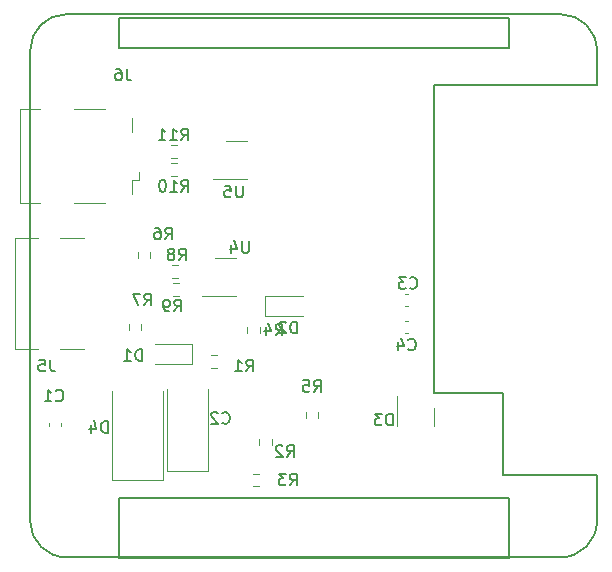
<source format=gbr>
G04 #@! TF.GenerationSoftware,KiCad,Pcbnew,8.99.0-unknown*
G04 #@! TF.CreationDate,2024-03-12T12:42:11+03:00*
G04 #@! TF.ProjectId,opi-hat,6f70692d-6861-4742-9e6b-696361645f70,rev?*
G04 #@! TF.SameCoordinates,Original*
G04 #@! TF.FileFunction,Legend,Bot*
G04 #@! TF.FilePolarity,Positive*
%FSLAX46Y46*%
G04 Gerber Fmt 4.6, Leading zero omitted, Abs format (unit mm)*
G04 Created by KiCad (PCBNEW 8.99.0-unknown) date 2024-03-12 12:42:11*
%MOMM*%
%LPD*%
G01*
G04 APERTURE LIST*
%ADD10C,0.150000*%
%ADD11C,0.127000*%
%ADD12C,0.120000*%
G04 #@! TA.AperFunction,Profile*
%ADD13C,0.127000*%
G04 #@! TD*
G04 APERTURE END LIST*
D10*
X83859666Y-84179580D02*
X83907285Y-84227200D01*
X83907285Y-84227200D02*
X84050142Y-84274819D01*
X84050142Y-84274819D02*
X84145380Y-84274819D01*
X84145380Y-84274819D02*
X84288237Y-84227200D01*
X84288237Y-84227200D02*
X84383475Y-84131961D01*
X84383475Y-84131961D02*
X84431094Y-84036723D01*
X84431094Y-84036723D02*
X84478713Y-83846247D01*
X84478713Y-83846247D02*
X84478713Y-83703390D01*
X84478713Y-83703390D02*
X84431094Y-83512914D01*
X84431094Y-83512914D02*
X84383475Y-83417676D01*
X84383475Y-83417676D02*
X84288237Y-83322438D01*
X84288237Y-83322438D02*
X84145380Y-83274819D01*
X84145380Y-83274819D02*
X84050142Y-83274819D01*
X84050142Y-83274819D02*
X83907285Y-83322438D01*
X83907285Y-83322438D02*
X83859666Y-83370057D01*
X82907285Y-84274819D02*
X83478713Y-84274819D01*
X83192999Y-84274819D02*
X83192999Y-83274819D01*
X83192999Y-83274819D02*
X83288237Y-83417676D01*
X83288237Y-83417676D02*
X83383475Y-83512914D01*
X83383475Y-83512914D02*
X83478713Y-83560533D01*
X102477866Y-78686819D02*
X102811199Y-78210628D01*
X103049294Y-78686819D02*
X103049294Y-77686819D01*
X103049294Y-77686819D02*
X102668342Y-77686819D01*
X102668342Y-77686819D02*
X102573104Y-77734438D01*
X102573104Y-77734438D02*
X102525485Y-77782057D01*
X102525485Y-77782057D02*
X102477866Y-77877295D01*
X102477866Y-77877295D02*
X102477866Y-78020152D01*
X102477866Y-78020152D02*
X102525485Y-78115390D01*
X102525485Y-78115390D02*
X102573104Y-78163009D01*
X102573104Y-78163009D02*
X102668342Y-78210628D01*
X102668342Y-78210628D02*
X103049294Y-78210628D01*
X101620723Y-78020152D02*
X101620723Y-78686819D01*
X101858818Y-77639200D02*
X102096913Y-78353485D01*
X102096913Y-78353485D02*
X101477866Y-78353485D01*
X100202904Y-70701819D02*
X100202904Y-71511342D01*
X100202904Y-71511342D02*
X100155285Y-71606580D01*
X100155285Y-71606580D02*
X100107666Y-71654200D01*
X100107666Y-71654200D02*
X100012428Y-71701819D01*
X100012428Y-71701819D02*
X99821952Y-71701819D01*
X99821952Y-71701819D02*
X99726714Y-71654200D01*
X99726714Y-71654200D02*
X99679095Y-71606580D01*
X99679095Y-71606580D02*
X99631476Y-71511342D01*
X99631476Y-71511342D02*
X99631476Y-70701819D01*
X98726714Y-71035152D02*
X98726714Y-71701819D01*
X98964809Y-70654200D02*
X99202904Y-71368485D01*
X99202904Y-71368485D02*
X98583857Y-71368485D01*
X94472357Y-62176819D02*
X94805690Y-61700628D01*
X95043785Y-62176819D02*
X95043785Y-61176819D01*
X95043785Y-61176819D02*
X94662833Y-61176819D01*
X94662833Y-61176819D02*
X94567595Y-61224438D01*
X94567595Y-61224438D02*
X94519976Y-61272057D01*
X94519976Y-61272057D02*
X94472357Y-61367295D01*
X94472357Y-61367295D02*
X94472357Y-61510152D01*
X94472357Y-61510152D02*
X94519976Y-61605390D01*
X94519976Y-61605390D02*
X94567595Y-61653009D01*
X94567595Y-61653009D02*
X94662833Y-61700628D01*
X94662833Y-61700628D02*
X95043785Y-61700628D01*
X93519976Y-62176819D02*
X94091404Y-62176819D01*
X93805690Y-62176819D02*
X93805690Y-61176819D01*
X93805690Y-61176819D02*
X93900928Y-61319676D01*
X93900928Y-61319676D02*
X93996166Y-61414914D01*
X93996166Y-61414914D02*
X94091404Y-61462533D01*
X92567595Y-62176819D02*
X93139023Y-62176819D01*
X92853309Y-62176819D02*
X92853309Y-61176819D01*
X92853309Y-61176819D02*
X92948547Y-61319676D01*
X92948547Y-61319676D02*
X93043785Y-61414914D01*
X93043785Y-61414914D02*
X93139023Y-61462533D01*
X113704666Y-79861580D02*
X113752285Y-79909200D01*
X113752285Y-79909200D02*
X113895142Y-79956819D01*
X113895142Y-79956819D02*
X113990380Y-79956819D01*
X113990380Y-79956819D02*
X114133237Y-79909200D01*
X114133237Y-79909200D02*
X114228475Y-79813961D01*
X114228475Y-79813961D02*
X114276094Y-79718723D01*
X114276094Y-79718723D02*
X114323713Y-79528247D01*
X114323713Y-79528247D02*
X114323713Y-79385390D01*
X114323713Y-79385390D02*
X114276094Y-79194914D01*
X114276094Y-79194914D02*
X114228475Y-79099676D01*
X114228475Y-79099676D02*
X114133237Y-79004438D01*
X114133237Y-79004438D02*
X113990380Y-78956819D01*
X113990380Y-78956819D02*
X113895142Y-78956819D01*
X113895142Y-78956819D02*
X113752285Y-79004438D01*
X113752285Y-79004438D02*
X113704666Y-79052057D01*
X112847523Y-79290152D02*
X112847523Y-79956819D01*
X113085618Y-78909200D02*
X113323713Y-79623485D01*
X113323713Y-79623485D02*
X112704666Y-79623485D01*
X93892666Y-76654819D02*
X94225999Y-76178628D01*
X94464094Y-76654819D02*
X94464094Y-75654819D01*
X94464094Y-75654819D02*
X94083142Y-75654819D01*
X94083142Y-75654819D02*
X93987904Y-75702438D01*
X93987904Y-75702438D02*
X93940285Y-75750057D01*
X93940285Y-75750057D02*
X93892666Y-75845295D01*
X93892666Y-75845295D02*
X93892666Y-75988152D01*
X93892666Y-75988152D02*
X93940285Y-76083390D01*
X93940285Y-76083390D02*
X93987904Y-76131009D01*
X93987904Y-76131009D02*
X94083142Y-76178628D01*
X94083142Y-76178628D02*
X94464094Y-76178628D01*
X93416475Y-76654819D02*
X93225999Y-76654819D01*
X93225999Y-76654819D02*
X93130761Y-76607200D01*
X93130761Y-76607200D02*
X93083142Y-76559580D01*
X93083142Y-76559580D02*
X92987904Y-76416723D01*
X92987904Y-76416723D02*
X92940285Y-76226247D01*
X92940285Y-76226247D02*
X92940285Y-75845295D01*
X92940285Y-75845295D02*
X92987904Y-75750057D01*
X92987904Y-75750057D02*
X93035523Y-75702438D01*
X93035523Y-75702438D02*
X93130761Y-75654819D01*
X93130761Y-75654819D02*
X93321237Y-75654819D01*
X93321237Y-75654819D02*
X93416475Y-75702438D01*
X93416475Y-75702438D02*
X93464094Y-75750057D01*
X93464094Y-75750057D02*
X93511713Y-75845295D01*
X93511713Y-75845295D02*
X93511713Y-76083390D01*
X93511713Y-76083390D02*
X93464094Y-76178628D01*
X93464094Y-76178628D02*
X93416475Y-76226247D01*
X93416475Y-76226247D02*
X93321237Y-76273866D01*
X93321237Y-76273866D02*
X93130761Y-76273866D01*
X93130761Y-76273866D02*
X93035523Y-76226247D01*
X93035523Y-76226247D02*
X92987904Y-76178628D01*
X92987904Y-76178628D02*
X92940285Y-76083390D01*
X94495857Y-66527819D02*
X94829190Y-66051628D01*
X95067285Y-66527819D02*
X95067285Y-65527819D01*
X95067285Y-65527819D02*
X94686333Y-65527819D01*
X94686333Y-65527819D02*
X94591095Y-65575438D01*
X94591095Y-65575438D02*
X94543476Y-65623057D01*
X94543476Y-65623057D02*
X94495857Y-65718295D01*
X94495857Y-65718295D02*
X94495857Y-65861152D01*
X94495857Y-65861152D02*
X94543476Y-65956390D01*
X94543476Y-65956390D02*
X94591095Y-66004009D01*
X94591095Y-66004009D02*
X94686333Y-66051628D01*
X94686333Y-66051628D02*
X95067285Y-66051628D01*
X93543476Y-66527819D02*
X94114904Y-66527819D01*
X93829190Y-66527819D02*
X93829190Y-65527819D01*
X93829190Y-65527819D02*
X93924428Y-65670676D01*
X93924428Y-65670676D02*
X94019666Y-65765914D01*
X94019666Y-65765914D02*
X94114904Y-65813533D01*
X92924428Y-65527819D02*
X92829190Y-65527819D01*
X92829190Y-65527819D02*
X92733952Y-65575438D01*
X92733952Y-65575438D02*
X92686333Y-65623057D01*
X92686333Y-65623057D02*
X92638714Y-65718295D01*
X92638714Y-65718295D02*
X92591095Y-65908771D01*
X92591095Y-65908771D02*
X92591095Y-66146866D01*
X92591095Y-66146866D02*
X92638714Y-66337342D01*
X92638714Y-66337342D02*
X92686333Y-66432580D01*
X92686333Y-66432580D02*
X92733952Y-66480200D01*
X92733952Y-66480200D02*
X92829190Y-66527819D01*
X92829190Y-66527819D02*
X92924428Y-66527819D01*
X92924428Y-66527819D02*
X93019666Y-66480200D01*
X93019666Y-66480200D02*
X93067285Y-66432580D01*
X93067285Y-66432580D02*
X93114904Y-66337342D01*
X93114904Y-66337342D02*
X93162523Y-66146866D01*
X93162523Y-66146866D02*
X93162523Y-65908771D01*
X93162523Y-65908771D02*
X93114904Y-65718295D01*
X93114904Y-65718295D02*
X93067285Y-65623057D01*
X93067285Y-65623057D02*
X93019666Y-65575438D01*
X93019666Y-65575438D02*
X92924428Y-65527819D01*
X103671666Y-91386819D02*
X104004999Y-90910628D01*
X104243094Y-91386819D02*
X104243094Y-90386819D01*
X104243094Y-90386819D02*
X103862142Y-90386819D01*
X103862142Y-90386819D02*
X103766904Y-90434438D01*
X103766904Y-90434438D02*
X103719285Y-90482057D01*
X103719285Y-90482057D02*
X103671666Y-90577295D01*
X103671666Y-90577295D02*
X103671666Y-90720152D01*
X103671666Y-90720152D02*
X103719285Y-90815390D01*
X103719285Y-90815390D02*
X103766904Y-90863009D01*
X103766904Y-90863009D02*
X103862142Y-90910628D01*
X103862142Y-90910628D02*
X104243094Y-90910628D01*
X103338332Y-90386819D02*
X102719285Y-90386819D01*
X102719285Y-90386819D02*
X103052618Y-90767771D01*
X103052618Y-90767771D02*
X102909761Y-90767771D01*
X102909761Y-90767771D02*
X102814523Y-90815390D01*
X102814523Y-90815390D02*
X102766904Y-90863009D01*
X102766904Y-90863009D02*
X102719285Y-90958247D01*
X102719285Y-90958247D02*
X102719285Y-91196342D01*
X102719285Y-91196342D02*
X102766904Y-91291580D01*
X102766904Y-91291580D02*
X102814523Y-91339200D01*
X102814523Y-91339200D02*
X102909761Y-91386819D01*
X102909761Y-91386819D02*
X103195475Y-91386819D01*
X103195475Y-91386819D02*
X103290713Y-91339200D01*
X103290713Y-91339200D02*
X103338332Y-91291580D01*
X89868333Y-56096819D02*
X89868333Y-56811104D01*
X89868333Y-56811104D02*
X89915952Y-56953961D01*
X89915952Y-56953961D02*
X90011190Y-57049200D01*
X90011190Y-57049200D02*
X90154047Y-57096819D01*
X90154047Y-57096819D02*
X90249285Y-57096819D01*
X88963571Y-56096819D02*
X89154047Y-56096819D01*
X89154047Y-56096819D02*
X89249285Y-56144438D01*
X89249285Y-56144438D02*
X89296904Y-56192057D01*
X89296904Y-56192057D02*
X89392142Y-56334914D01*
X89392142Y-56334914D02*
X89439761Y-56525390D01*
X89439761Y-56525390D02*
X89439761Y-56906342D01*
X89439761Y-56906342D02*
X89392142Y-57001580D01*
X89392142Y-57001580D02*
X89344523Y-57049200D01*
X89344523Y-57049200D02*
X89249285Y-57096819D01*
X89249285Y-57096819D02*
X89058809Y-57096819D01*
X89058809Y-57096819D02*
X88963571Y-57049200D01*
X88963571Y-57049200D02*
X88915952Y-57001580D01*
X88915952Y-57001580D02*
X88868333Y-56906342D01*
X88868333Y-56906342D02*
X88868333Y-56668247D01*
X88868333Y-56668247D02*
X88915952Y-56573009D01*
X88915952Y-56573009D02*
X88963571Y-56525390D01*
X88963571Y-56525390D02*
X89058809Y-56477771D01*
X89058809Y-56477771D02*
X89249285Y-56477771D01*
X89249285Y-56477771D02*
X89344523Y-56525390D01*
X89344523Y-56525390D02*
X89392142Y-56573009D01*
X89392142Y-56573009D02*
X89439761Y-56668247D01*
X104288094Y-78530219D02*
X104288094Y-77530219D01*
X104288094Y-77530219D02*
X104049999Y-77530219D01*
X104049999Y-77530219D02*
X103907142Y-77577838D01*
X103907142Y-77577838D02*
X103811904Y-77673076D01*
X103811904Y-77673076D02*
X103764285Y-77768314D01*
X103764285Y-77768314D02*
X103716666Y-77958790D01*
X103716666Y-77958790D02*
X103716666Y-78101647D01*
X103716666Y-78101647D02*
X103764285Y-78292123D01*
X103764285Y-78292123D02*
X103811904Y-78387361D01*
X103811904Y-78387361D02*
X103907142Y-78482600D01*
X103907142Y-78482600D02*
X104049999Y-78530219D01*
X104049999Y-78530219D02*
X104288094Y-78530219D01*
X103335713Y-77625457D02*
X103288094Y-77577838D01*
X103288094Y-77577838D02*
X103192856Y-77530219D01*
X103192856Y-77530219D02*
X102954761Y-77530219D01*
X102954761Y-77530219D02*
X102859523Y-77577838D01*
X102859523Y-77577838D02*
X102811904Y-77625457D01*
X102811904Y-77625457D02*
X102764285Y-77720695D01*
X102764285Y-77720695D02*
X102764285Y-77815933D01*
X102764285Y-77815933D02*
X102811904Y-77958790D01*
X102811904Y-77958790D02*
X103383332Y-78530219D01*
X103383332Y-78530219D02*
X102764285Y-78530219D01*
X93130666Y-70558819D02*
X93463999Y-70082628D01*
X93702094Y-70558819D02*
X93702094Y-69558819D01*
X93702094Y-69558819D02*
X93321142Y-69558819D01*
X93321142Y-69558819D02*
X93225904Y-69606438D01*
X93225904Y-69606438D02*
X93178285Y-69654057D01*
X93178285Y-69654057D02*
X93130666Y-69749295D01*
X93130666Y-69749295D02*
X93130666Y-69892152D01*
X93130666Y-69892152D02*
X93178285Y-69987390D01*
X93178285Y-69987390D02*
X93225904Y-70035009D01*
X93225904Y-70035009D02*
X93321142Y-70082628D01*
X93321142Y-70082628D02*
X93702094Y-70082628D01*
X92273523Y-69558819D02*
X92463999Y-69558819D01*
X92463999Y-69558819D02*
X92559237Y-69606438D01*
X92559237Y-69606438D02*
X92606856Y-69654057D01*
X92606856Y-69654057D02*
X92702094Y-69796914D01*
X92702094Y-69796914D02*
X92749713Y-69987390D01*
X92749713Y-69987390D02*
X92749713Y-70368342D01*
X92749713Y-70368342D02*
X92702094Y-70463580D01*
X92702094Y-70463580D02*
X92654475Y-70511200D01*
X92654475Y-70511200D02*
X92559237Y-70558819D01*
X92559237Y-70558819D02*
X92368761Y-70558819D01*
X92368761Y-70558819D02*
X92273523Y-70511200D01*
X92273523Y-70511200D02*
X92225904Y-70463580D01*
X92225904Y-70463580D02*
X92178285Y-70368342D01*
X92178285Y-70368342D02*
X92178285Y-70130247D01*
X92178285Y-70130247D02*
X92225904Y-70035009D01*
X92225904Y-70035009D02*
X92273523Y-69987390D01*
X92273523Y-69987390D02*
X92368761Y-69939771D01*
X92368761Y-69939771D02*
X92559237Y-69939771D01*
X92559237Y-69939771D02*
X92654475Y-69987390D01*
X92654475Y-69987390D02*
X92702094Y-70035009D01*
X92702094Y-70035009D02*
X92749713Y-70130247D01*
X99965166Y-81734819D02*
X100298499Y-81258628D01*
X100536594Y-81734819D02*
X100536594Y-80734819D01*
X100536594Y-80734819D02*
X100155642Y-80734819D01*
X100155642Y-80734819D02*
X100060404Y-80782438D01*
X100060404Y-80782438D02*
X100012785Y-80830057D01*
X100012785Y-80830057D02*
X99965166Y-80925295D01*
X99965166Y-80925295D02*
X99965166Y-81068152D01*
X99965166Y-81068152D02*
X100012785Y-81163390D01*
X100012785Y-81163390D02*
X100060404Y-81211009D01*
X100060404Y-81211009D02*
X100155642Y-81258628D01*
X100155642Y-81258628D02*
X100536594Y-81258628D01*
X99012785Y-81734819D02*
X99584213Y-81734819D01*
X99298499Y-81734819D02*
X99298499Y-80734819D01*
X99298499Y-80734819D02*
X99393737Y-80877676D01*
X99393737Y-80877676D02*
X99488975Y-80972914D01*
X99488975Y-80972914D02*
X99584213Y-81020533D01*
X91352666Y-76146819D02*
X91685999Y-75670628D01*
X91924094Y-76146819D02*
X91924094Y-75146819D01*
X91924094Y-75146819D02*
X91543142Y-75146819D01*
X91543142Y-75146819D02*
X91447904Y-75194438D01*
X91447904Y-75194438D02*
X91400285Y-75242057D01*
X91400285Y-75242057D02*
X91352666Y-75337295D01*
X91352666Y-75337295D02*
X91352666Y-75480152D01*
X91352666Y-75480152D02*
X91400285Y-75575390D01*
X91400285Y-75575390D02*
X91447904Y-75623009D01*
X91447904Y-75623009D02*
X91543142Y-75670628D01*
X91543142Y-75670628D02*
X91924094Y-75670628D01*
X91019332Y-75146819D02*
X90352666Y-75146819D01*
X90352666Y-75146819D02*
X90781237Y-76146819D01*
X99694904Y-66002819D02*
X99694904Y-66812342D01*
X99694904Y-66812342D02*
X99647285Y-66907580D01*
X99647285Y-66907580D02*
X99599666Y-66955200D01*
X99599666Y-66955200D02*
X99504428Y-67002819D01*
X99504428Y-67002819D02*
X99313952Y-67002819D01*
X99313952Y-67002819D02*
X99218714Y-66955200D01*
X99218714Y-66955200D02*
X99171095Y-66907580D01*
X99171095Y-66907580D02*
X99123476Y-66812342D01*
X99123476Y-66812342D02*
X99123476Y-66002819D01*
X98171095Y-66002819D02*
X98647285Y-66002819D01*
X98647285Y-66002819D02*
X98694904Y-66479009D01*
X98694904Y-66479009D02*
X98647285Y-66431390D01*
X98647285Y-66431390D02*
X98552047Y-66383771D01*
X98552047Y-66383771D02*
X98313952Y-66383771D01*
X98313952Y-66383771D02*
X98218714Y-66431390D01*
X98218714Y-66431390D02*
X98171095Y-66479009D01*
X98171095Y-66479009D02*
X98123476Y-66574247D01*
X98123476Y-66574247D02*
X98123476Y-66812342D01*
X98123476Y-66812342D02*
X98171095Y-66907580D01*
X98171095Y-66907580D02*
X98218714Y-66955200D01*
X98218714Y-66955200D02*
X98313952Y-67002819D01*
X98313952Y-67002819D02*
X98552047Y-67002819D01*
X98552047Y-67002819D02*
X98647285Y-66955200D01*
X98647285Y-66955200D02*
X98694904Y-66907580D01*
X113831666Y-74654580D02*
X113879285Y-74702200D01*
X113879285Y-74702200D02*
X114022142Y-74749819D01*
X114022142Y-74749819D02*
X114117380Y-74749819D01*
X114117380Y-74749819D02*
X114260237Y-74702200D01*
X114260237Y-74702200D02*
X114355475Y-74606961D01*
X114355475Y-74606961D02*
X114403094Y-74511723D01*
X114403094Y-74511723D02*
X114450713Y-74321247D01*
X114450713Y-74321247D02*
X114450713Y-74178390D01*
X114450713Y-74178390D02*
X114403094Y-73987914D01*
X114403094Y-73987914D02*
X114355475Y-73892676D01*
X114355475Y-73892676D02*
X114260237Y-73797438D01*
X114260237Y-73797438D02*
X114117380Y-73749819D01*
X114117380Y-73749819D02*
X114022142Y-73749819D01*
X114022142Y-73749819D02*
X113879285Y-73797438D01*
X113879285Y-73797438D02*
X113831666Y-73845057D01*
X113498332Y-73749819D02*
X112879285Y-73749819D01*
X112879285Y-73749819D02*
X113212618Y-74130771D01*
X113212618Y-74130771D02*
X113069761Y-74130771D01*
X113069761Y-74130771D02*
X112974523Y-74178390D01*
X112974523Y-74178390D02*
X112926904Y-74226009D01*
X112926904Y-74226009D02*
X112879285Y-74321247D01*
X112879285Y-74321247D02*
X112879285Y-74559342D01*
X112879285Y-74559342D02*
X112926904Y-74654580D01*
X112926904Y-74654580D02*
X112974523Y-74702200D01*
X112974523Y-74702200D02*
X113069761Y-74749819D01*
X113069761Y-74749819D02*
X113355475Y-74749819D01*
X113355475Y-74749819D02*
X113450713Y-74702200D01*
X113450713Y-74702200D02*
X113498332Y-74654580D01*
X94273666Y-72336819D02*
X94606999Y-71860628D01*
X94845094Y-72336819D02*
X94845094Y-71336819D01*
X94845094Y-71336819D02*
X94464142Y-71336819D01*
X94464142Y-71336819D02*
X94368904Y-71384438D01*
X94368904Y-71384438D02*
X94321285Y-71432057D01*
X94321285Y-71432057D02*
X94273666Y-71527295D01*
X94273666Y-71527295D02*
X94273666Y-71670152D01*
X94273666Y-71670152D02*
X94321285Y-71765390D01*
X94321285Y-71765390D02*
X94368904Y-71813009D01*
X94368904Y-71813009D02*
X94464142Y-71860628D01*
X94464142Y-71860628D02*
X94845094Y-71860628D01*
X93702237Y-71765390D02*
X93797475Y-71717771D01*
X93797475Y-71717771D02*
X93845094Y-71670152D01*
X93845094Y-71670152D02*
X93892713Y-71574914D01*
X93892713Y-71574914D02*
X93892713Y-71527295D01*
X93892713Y-71527295D02*
X93845094Y-71432057D01*
X93845094Y-71432057D02*
X93797475Y-71384438D01*
X93797475Y-71384438D02*
X93702237Y-71336819D01*
X93702237Y-71336819D02*
X93511761Y-71336819D01*
X93511761Y-71336819D02*
X93416523Y-71384438D01*
X93416523Y-71384438D02*
X93368904Y-71432057D01*
X93368904Y-71432057D02*
X93321285Y-71527295D01*
X93321285Y-71527295D02*
X93321285Y-71574914D01*
X93321285Y-71574914D02*
X93368904Y-71670152D01*
X93368904Y-71670152D02*
X93416523Y-71717771D01*
X93416523Y-71717771D02*
X93511761Y-71765390D01*
X93511761Y-71765390D02*
X93702237Y-71765390D01*
X93702237Y-71765390D02*
X93797475Y-71813009D01*
X93797475Y-71813009D02*
X93845094Y-71860628D01*
X93845094Y-71860628D02*
X93892713Y-71955866D01*
X93892713Y-71955866D02*
X93892713Y-72146342D01*
X93892713Y-72146342D02*
X93845094Y-72241580D01*
X93845094Y-72241580D02*
X93797475Y-72289200D01*
X93797475Y-72289200D02*
X93702237Y-72336819D01*
X93702237Y-72336819D02*
X93511761Y-72336819D01*
X93511761Y-72336819D02*
X93416523Y-72289200D01*
X93416523Y-72289200D02*
X93368904Y-72241580D01*
X93368904Y-72241580D02*
X93321285Y-72146342D01*
X93321285Y-72146342D02*
X93321285Y-71955866D01*
X93321285Y-71955866D02*
X93368904Y-71860628D01*
X93368904Y-71860628D02*
X93416523Y-71813009D01*
X93416523Y-71813009D02*
X93511761Y-71765390D01*
X105703666Y-83489319D02*
X106036999Y-83013128D01*
X106275094Y-83489319D02*
X106275094Y-82489319D01*
X106275094Y-82489319D02*
X105894142Y-82489319D01*
X105894142Y-82489319D02*
X105798904Y-82536938D01*
X105798904Y-82536938D02*
X105751285Y-82584557D01*
X105751285Y-82584557D02*
X105703666Y-82679795D01*
X105703666Y-82679795D02*
X105703666Y-82822652D01*
X105703666Y-82822652D02*
X105751285Y-82917890D01*
X105751285Y-82917890D02*
X105798904Y-82965509D01*
X105798904Y-82965509D02*
X105894142Y-83013128D01*
X105894142Y-83013128D02*
X106275094Y-83013128D01*
X104798904Y-82489319D02*
X105275094Y-82489319D01*
X105275094Y-82489319D02*
X105322713Y-82965509D01*
X105322713Y-82965509D02*
X105275094Y-82917890D01*
X105275094Y-82917890D02*
X105179856Y-82870271D01*
X105179856Y-82870271D02*
X104941761Y-82870271D01*
X104941761Y-82870271D02*
X104846523Y-82917890D01*
X104846523Y-82917890D02*
X104798904Y-82965509D01*
X104798904Y-82965509D02*
X104751285Y-83060747D01*
X104751285Y-83060747D02*
X104751285Y-83298842D01*
X104751285Y-83298842D02*
X104798904Y-83394080D01*
X104798904Y-83394080D02*
X104846523Y-83441700D01*
X104846523Y-83441700D02*
X104941761Y-83489319D01*
X104941761Y-83489319D02*
X105179856Y-83489319D01*
X105179856Y-83489319D02*
X105275094Y-83441700D01*
X105275094Y-83441700D02*
X105322713Y-83394080D01*
X88241094Y-86941819D02*
X88241094Y-85941819D01*
X88241094Y-85941819D02*
X88002999Y-85941819D01*
X88002999Y-85941819D02*
X87860142Y-85989438D01*
X87860142Y-85989438D02*
X87764904Y-86084676D01*
X87764904Y-86084676D02*
X87717285Y-86179914D01*
X87717285Y-86179914D02*
X87669666Y-86370390D01*
X87669666Y-86370390D02*
X87669666Y-86513247D01*
X87669666Y-86513247D02*
X87717285Y-86703723D01*
X87717285Y-86703723D02*
X87764904Y-86798961D01*
X87764904Y-86798961D02*
X87860142Y-86894200D01*
X87860142Y-86894200D02*
X88002999Y-86941819D01*
X88002999Y-86941819D02*
X88241094Y-86941819D01*
X86812523Y-86275152D02*
X86812523Y-86941819D01*
X87050618Y-85894200D02*
X87288713Y-86608485D01*
X87288713Y-86608485D02*
X86669666Y-86608485D01*
X83391333Y-80734819D02*
X83391333Y-81449104D01*
X83391333Y-81449104D02*
X83438952Y-81591961D01*
X83438952Y-81591961D02*
X83534190Y-81687200D01*
X83534190Y-81687200D02*
X83677047Y-81734819D01*
X83677047Y-81734819D02*
X83772285Y-81734819D01*
X82438952Y-80734819D02*
X82915142Y-80734819D01*
X82915142Y-80734819D02*
X82962761Y-81211009D01*
X82962761Y-81211009D02*
X82915142Y-81163390D01*
X82915142Y-81163390D02*
X82819904Y-81115771D01*
X82819904Y-81115771D02*
X82581809Y-81115771D01*
X82581809Y-81115771D02*
X82486571Y-81163390D01*
X82486571Y-81163390D02*
X82438952Y-81211009D01*
X82438952Y-81211009D02*
X82391333Y-81306247D01*
X82391333Y-81306247D02*
X82391333Y-81544342D01*
X82391333Y-81544342D02*
X82438952Y-81639580D01*
X82438952Y-81639580D02*
X82486571Y-81687200D01*
X82486571Y-81687200D02*
X82581809Y-81734819D01*
X82581809Y-81734819D02*
X82819904Y-81734819D01*
X82819904Y-81734819D02*
X82915142Y-81687200D01*
X82915142Y-81687200D02*
X82962761Y-81639580D01*
X112371094Y-86306819D02*
X112371094Y-85306819D01*
X112371094Y-85306819D02*
X112132999Y-85306819D01*
X112132999Y-85306819D02*
X111990142Y-85354438D01*
X111990142Y-85354438D02*
X111894904Y-85449676D01*
X111894904Y-85449676D02*
X111847285Y-85544914D01*
X111847285Y-85544914D02*
X111799666Y-85735390D01*
X111799666Y-85735390D02*
X111799666Y-85878247D01*
X111799666Y-85878247D02*
X111847285Y-86068723D01*
X111847285Y-86068723D02*
X111894904Y-86163961D01*
X111894904Y-86163961D02*
X111990142Y-86259200D01*
X111990142Y-86259200D02*
X112132999Y-86306819D01*
X112132999Y-86306819D02*
X112371094Y-86306819D01*
X111466332Y-85306819D02*
X110847285Y-85306819D01*
X110847285Y-85306819D02*
X111180618Y-85687771D01*
X111180618Y-85687771D02*
X111037761Y-85687771D01*
X111037761Y-85687771D02*
X110942523Y-85735390D01*
X110942523Y-85735390D02*
X110894904Y-85783009D01*
X110894904Y-85783009D02*
X110847285Y-85878247D01*
X110847285Y-85878247D02*
X110847285Y-86116342D01*
X110847285Y-86116342D02*
X110894904Y-86211580D01*
X110894904Y-86211580D02*
X110942523Y-86259200D01*
X110942523Y-86259200D02*
X111037761Y-86306819D01*
X111037761Y-86306819D02*
X111323475Y-86306819D01*
X111323475Y-86306819D02*
X111418713Y-86259200D01*
X111418713Y-86259200D02*
X111466332Y-86211580D01*
X103417666Y-88973819D02*
X103750999Y-88497628D01*
X103989094Y-88973819D02*
X103989094Y-87973819D01*
X103989094Y-87973819D02*
X103608142Y-87973819D01*
X103608142Y-87973819D02*
X103512904Y-88021438D01*
X103512904Y-88021438D02*
X103465285Y-88069057D01*
X103465285Y-88069057D02*
X103417666Y-88164295D01*
X103417666Y-88164295D02*
X103417666Y-88307152D01*
X103417666Y-88307152D02*
X103465285Y-88402390D01*
X103465285Y-88402390D02*
X103512904Y-88450009D01*
X103512904Y-88450009D02*
X103608142Y-88497628D01*
X103608142Y-88497628D02*
X103989094Y-88497628D01*
X103036713Y-88069057D02*
X102989094Y-88021438D01*
X102989094Y-88021438D02*
X102893856Y-87973819D01*
X102893856Y-87973819D02*
X102655761Y-87973819D01*
X102655761Y-87973819D02*
X102560523Y-88021438D01*
X102560523Y-88021438D02*
X102512904Y-88069057D01*
X102512904Y-88069057D02*
X102465285Y-88164295D01*
X102465285Y-88164295D02*
X102465285Y-88259533D01*
X102465285Y-88259533D02*
X102512904Y-88402390D01*
X102512904Y-88402390D02*
X103084332Y-88973819D01*
X103084332Y-88973819D02*
X102465285Y-88973819D01*
X91162094Y-80845819D02*
X91162094Y-79845819D01*
X91162094Y-79845819D02*
X90923999Y-79845819D01*
X90923999Y-79845819D02*
X90781142Y-79893438D01*
X90781142Y-79893438D02*
X90685904Y-79988676D01*
X90685904Y-79988676D02*
X90638285Y-80083914D01*
X90638285Y-80083914D02*
X90590666Y-80274390D01*
X90590666Y-80274390D02*
X90590666Y-80417247D01*
X90590666Y-80417247D02*
X90638285Y-80607723D01*
X90638285Y-80607723D02*
X90685904Y-80702961D01*
X90685904Y-80702961D02*
X90781142Y-80798200D01*
X90781142Y-80798200D02*
X90923999Y-80845819D01*
X90923999Y-80845819D02*
X91162094Y-80845819D01*
X89638285Y-80845819D02*
X90209713Y-80845819D01*
X89923999Y-80845819D02*
X89923999Y-79845819D01*
X89923999Y-79845819D02*
X90019237Y-79988676D01*
X90019237Y-79988676D02*
X90114475Y-80083914D01*
X90114475Y-80083914D02*
X90209713Y-80131533D01*
X97956666Y-86084580D02*
X98004285Y-86132200D01*
X98004285Y-86132200D02*
X98147142Y-86179819D01*
X98147142Y-86179819D02*
X98242380Y-86179819D01*
X98242380Y-86179819D02*
X98385237Y-86132200D01*
X98385237Y-86132200D02*
X98480475Y-86036961D01*
X98480475Y-86036961D02*
X98528094Y-85941723D01*
X98528094Y-85941723D02*
X98575713Y-85751247D01*
X98575713Y-85751247D02*
X98575713Y-85608390D01*
X98575713Y-85608390D02*
X98528094Y-85417914D01*
X98528094Y-85417914D02*
X98480475Y-85322676D01*
X98480475Y-85322676D02*
X98385237Y-85227438D01*
X98385237Y-85227438D02*
X98242380Y-85179819D01*
X98242380Y-85179819D02*
X98147142Y-85179819D01*
X98147142Y-85179819D02*
X98004285Y-85227438D01*
X98004285Y-85227438D02*
X97956666Y-85275057D01*
X97575713Y-85275057D02*
X97528094Y-85227438D01*
X97528094Y-85227438D02*
X97432856Y-85179819D01*
X97432856Y-85179819D02*
X97194761Y-85179819D01*
X97194761Y-85179819D02*
X97099523Y-85227438D01*
X97099523Y-85227438D02*
X97051904Y-85275057D01*
X97051904Y-85275057D02*
X97004285Y-85370295D01*
X97004285Y-85370295D02*
X97004285Y-85465533D01*
X97004285Y-85465533D02*
X97051904Y-85608390D01*
X97051904Y-85608390D02*
X97623332Y-86179819D01*
X97623332Y-86179819D02*
X97004285Y-86179819D01*
D11*
X89171253Y-51786509D02*
X89171253Y-54326509D01*
X89171253Y-51786509D02*
X122191253Y-51786509D01*
X89171253Y-54326509D02*
X122191253Y-54326509D01*
X89171253Y-92426509D02*
X122191253Y-92426509D01*
X89171253Y-97506509D02*
X89171253Y-92426509D01*
X89171253Y-97506509D02*
X122191253Y-97506509D01*
X122191253Y-54326509D02*
X122191253Y-51786509D01*
X122191253Y-92426509D02*
X122191253Y-97506509D01*
D12*
X83310000Y-86379267D02*
X83310000Y-86086733D01*
X84330000Y-86379267D02*
X84330000Y-86086733D01*
X100061500Y-78000776D02*
X100061500Y-78510224D01*
X101106500Y-78000776D02*
X101106500Y-78510224D01*
X97351000Y-72111000D02*
X99151000Y-72111000D01*
X99151000Y-75331000D02*
X96201000Y-75331000D01*
X93598276Y-62596500D02*
X94107724Y-62596500D01*
X93598276Y-63641500D02*
X94107724Y-63641500D01*
X113684267Y-77468000D02*
X113391733Y-77468000D01*
X113684267Y-78488000D02*
X113391733Y-78488000D01*
X93748776Y-74280500D02*
X94258224Y-74280500D01*
X93748776Y-75325500D02*
X94258224Y-75325500D01*
X93598276Y-64120500D02*
X94107724Y-64120500D01*
X93598276Y-65165500D02*
X94107724Y-65165500D01*
X101092724Y-90409500D02*
X100583276Y-90409500D01*
X101092724Y-91454500D02*
X100583276Y-91454500D01*
X80867000Y-59540000D02*
X82527000Y-59540000D01*
X80867000Y-67460000D02*
X80867000Y-59540000D01*
X82527000Y-67460000D02*
X80867000Y-67460000D01*
X85427000Y-67460000D02*
X88027000Y-67460000D01*
X88027000Y-59540000D02*
X85427000Y-59540000D01*
X90337000Y-61450000D02*
X90337000Y-60300000D01*
X90337000Y-65550000D02*
X90927000Y-65550000D01*
X90337000Y-66700000D02*
X90337000Y-65550000D01*
X90927000Y-65550000D02*
X90927000Y-64850000D01*
X101540000Y-75375400D02*
X101540000Y-77075400D01*
X104800000Y-75375400D02*
X101540000Y-75375400D01*
X104800000Y-77075400D02*
X101540000Y-77075400D01*
X90790500Y-72160224D02*
X90790500Y-71650776D01*
X91835500Y-72160224D02*
X91835500Y-71650776D01*
X97003776Y-80376500D02*
X97513224Y-80376500D01*
X97003776Y-81421500D02*
X97513224Y-81421500D01*
X90028500Y-77699776D02*
X90028500Y-78209224D01*
X91073500Y-77699776D02*
X91073500Y-78209224D01*
X98287000Y-62271000D02*
X100087000Y-62271000D01*
X100087000Y-65491000D02*
X97137000Y-65491000D01*
X113684267Y-75182000D02*
X113391733Y-75182000D01*
X113684267Y-76202000D02*
X113391733Y-76202000D01*
X93701776Y-72756500D02*
X94211224Y-72756500D01*
X93701776Y-73801500D02*
X94211224Y-73801500D01*
X105014500Y-85192776D02*
X105014500Y-85702224D01*
X106059500Y-85192776D02*
X106059500Y-85702224D01*
X88655000Y-90935000D02*
X88655000Y-83385000D01*
X92955000Y-90935000D02*
X88655000Y-90935000D01*
X92955000Y-90935000D02*
X92955000Y-83385000D01*
X80428000Y-79884000D02*
X80428000Y-70484000D01*
X82328000Y-70484000D02*
X80428000Y-70484000D01*
X82328000Y-79884000D02*
X80428000Y-79884000D01*
X86228000Y-70484000D02*
X84228000Y-70484000D01*
X86228000Y-79884000D02*
X84228000Y-79884000D01*
X112740000Y-85598000D02*
X112740000Y-83798000D01*
X112740000Y-85598000D02*
X112740000Y-86398000D01*
X115860000Y-85598000D02*
X115860000Y-84798000D01*
X115860000Y-85598000D02*
X115860000Y-86398000D01*
X101077500Y-87502276D02*
X101077500Y-88011724D01*
X102122500Y-87502276D02*
X102122500Y-88011724D01*
X95392000Y-79414000D02*
X92242000Y-79414000D01*
X95392000Y-79414000D02*
X95392000Y-81114000D01*
X95392000Y-81114000D02*
X92242000Y-81114000D01*
X93286000Y-90158000D02*
X93286000Y-83223000D01*
X96706000Y-83223000D02*
X96706000Y-90158000D01*
X96706000Y-90158000D02*
X93286000Y-90158000D01*
D13*
X81681300Y-54586900D02*
X81681300Y-94386900D01*
X84781300Y-97486899D02*
X126581299Y-97486899D01*
X115841253Y-57501509D02*
X115841253Y-83536509D01*
X115841253Y-83536509D02*
X121683253Y-83536509D01*
X121683253Y-83536509D02*
X121683253Y-90521509D01*
X121683253Y-90521509D02*
X129684253Y-90521509D01*
X126581299Y-51486900D02*
X84781300Y-51486900D01*
X129681299Y-57501509D02*
X115841253Y-57501509D01*
X129681299Y-57501509D02*
X129681299Y-54586900D01*
X129684253Y-90521509D02*
X129684253Y-94382309D01*
X81681300Y-54586900D02*
G75*
G02*
X84781300Y-51486900I3100000J0D01*
G01*
X84781300Y-97486900D02*
G75*
G02*
X81681300Y-94386900I0J3100000D01*
G01*
X126581299Y-51486900D02*
G75*
G02*
X129681302Y-54586900I4J-3099999D01*
G01*
X129681298Y-94386900D02*
G75*
G02*
X126581299Y-97486894I-3099995J1D01*
G01*
M02*

</source>
